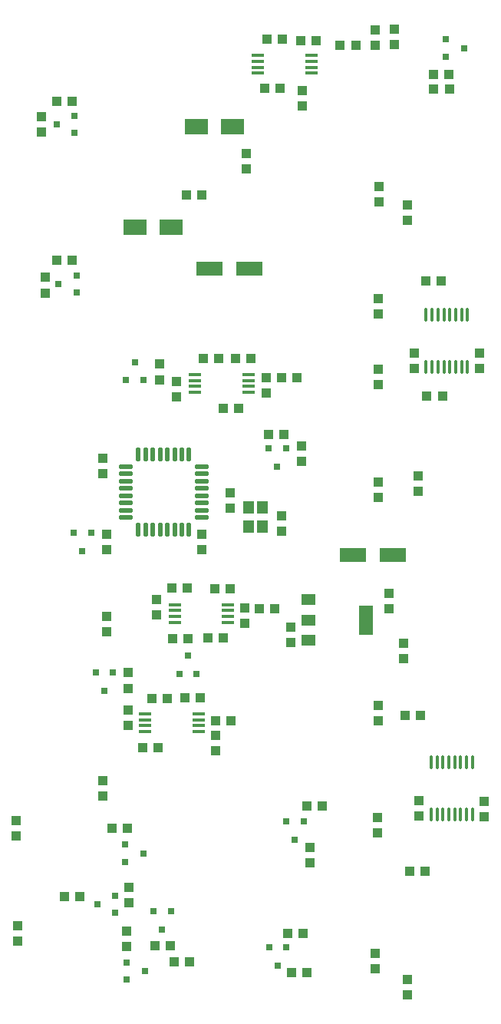
<source format=gtp>
G04 #@! TF.GenerationSoftware,KiCad,Pcbnew,(6.0.5-0)*
G04 #@! TF.CreationDate,2022-05-16T13:08:36-07:00*
G04 #@! TF.ProjectId,SCMplus,53434d70-6c75-4732-9e6b-696361645f70,rev?*
G04 #@! TF.SameCoordinates,PX85b6780PY82ed558*
G04 #@! TF.FileFunction,Paste,Top*
G04 #@! TF.FilePolarity,Positive*
%FSLAX46Y46*%
G04 Gerber Fmt 4.6, Leading zero omitted, Abs format (unit mm)*
G04 Created by KiCad (PCBNEW (6.0.5-0)) date 2022-05-16 13:08:36*
%MOMM*%
%LPD*%
G01*
G04 APERTURE LIST*
G04 Aperture macros list*
%AMRoundRect*
0 Rectangle with rounded corners*
0 $1 Rounding radius*
0 $2 $3 $4 $5 $6 $7 $8 $9 X,Y pos of 4 corners*
0 Add a 4 corners polygon primitive as box body*
4,1,4,$2,$3,$4,$5,$6,$7,$8,$9,$2,$3,0*
0 Add four circle primitives for the rounded corners*
1,1,$1+$1,$2,$3*
1,1,$1+$1,$4,$5*
1,1,$1+$1,$6,$7*
1,1,$1+$1,$8,$9*
0 Add four rect primitives between the rounded corners*
20,1,$1+$1,$2,$3,$4,$5,0*
20,1,$1+$1,$4,$5,$6,$7,0*
20,1,$1+$1,$6,$7,$8,$9,0*
20,1,$1+$1,$8,$9,$2,$3,0*%
G04 Aperture macros list end*
%ADD10R,1.500000X1.200000*%
%ADD11R,1.500000X3.300000*%
%ADD12R,1.000000X1.000000*%
%ADD13R,1.150000X1.400000*%
%ADD14R,1.450000X0.450000*%
%ADD15R,0.800100X0.800100*%
%ADD16R,2.499360X1.800860*%
%ADD17RoundRect,0.100000X-0.100000X0.637500X-0.100000X-0.637500X0.100000X-0.637500X0.100000X0.637500X0*%
%ADD18R,3.000000X1.600000*%
%ADD19RoundRect,0.125000X0.625000X0.125000X-0.625000X0.125000X-0.625000X-0.125000X0.625000X-0.125000X0*%
%ADD20RoundRect,0.125000X0.125000X0.625000X-0.125000X0.625000X-0.125000X-0.625000X0.125000X-0.625000X0*%
G04 APERTURE END LIST*
D10*
X-86238000Y55207000D03*
X-86238000Y52907000D03*
D11*
X-79838000Y52907000D03*
D10*
X-86238000Y50707000D03*
D12*
X-78538000Y80597000D03*
X-78538000Y78897000D03*
X-86980840Y70448960D03*
X-86980840Y72148960D03*
X-97998000Y62437000D03*
X-97998000Y60737000D03*
X-74038000Y31307000D03*
X-74038000Y33007000D03*
D13*
X-92803536Y65385352D03*
X-91303536Y63285352D03*
X-92803536Y63285352D03*
X-91303536Y65385352D03*
D12*
X-71538000Y90377000D03*
X-73238000Y90377000D03*
D14*
X-98358000Y40642000D03*
X-98358000Y41292000D03*
X-98358000Y41942000D03*
X-98358000Y42592000D03*
X-104258000Y42592000D03*
X-104258000Y41942000D03*
X-104258000Y41292000D03*
X-104258000Y40642000D03*
D12*
X-75328000Y11587000D03*
X-75328000Y13287000D03*
X-115298000Y89037000D03*
X-115298000Y90737000D03*
X-93098000Y104407000D03*
X-93098000Y102707000D03*
X-89216864Y62776184D03*
X-89216864Y64476184D03*
X-101418000Y16997000D03*
X-103118000Y16997000D03*
X-103018000Y53517000D03*
X-103018000Y55217000D03*
X-73838000Y42437000D03*
X-75538000Y42437000D03*
X-108518000Y51627000D03*
X-108518000Y53327000D03*
D15*
X-111807240Y89067000D03*
X-111807240Y90967000D03*
X-113806220Y90017000D03*
D12*
X-95628000Y50967000D03*
X-97328000Y50967000D03*
D15*
X-88678000Y16827760D03*
X-90578000Y16827760D03*
X-89628000Y14828780D03*
D12*
X-78468000Y99087000D03*
X-78468000Y100787000D03*
D15*
X-86758000Y30757760D03*
X-88658000Y30757760D03*
X-87708000Y28758780D03*
X-101408000Y20847760D03*
X-103308000Y20847760D03*
X-102358000Y18848780D03*
D12*
X-106108000Y45437000D03*
X-106108000Y47137000D03*
D15*
X-88708000Y71857760D03*
X-90608000Y71857760D03*
X-89658000Y69858780D03*
D12*
X-75698000Y48657000D03*
X-75698000Y50357000D03*
D16*
X-105356980Y96267000D03*
X-101359020Y96267000D03*
D12*
X-78838000Y16187000D03*
X-78838000Y14487000D03*
X-96558000Y56427000D03*
X-94858000Y56427000D03*
X-93228000Y54267000D03*
X-93228000Y52567000D03*
X-99668000Y99817000D03*
X-97968000Y99817000D03*
X-85368000Y116887000D03*
X-87068000Y116887000D03*
X-78488000Y86727000D03*
X-78488000Y88427000D03*
X-88518000Y18377000D03*
X-86818000Y18377000D03*
X-113968000Y92667000D03*
X-112268000Y92667000D03*
X-96458000Y40197000D03*
X-96458000Y38497000D03*
X-111468000Y22457000D03*
X-113168000Y22457000D03*
X-86048000Y27837000D03*
X-86048000Y26137000D03*
D15*
X-107517240Y20667000D03*
X-107517240Y22567000D03*
X-109516220Y21617000D03*
D17*
X-68123000Y37269500D03*
X-68773000Y37269500D03*
X-69423000Y37269500D03*
X-70073000Y37269500D03*
X-70723000Y37269500D03*
X-71373000Y37269500D03*
X-72023000Y37269500D03*
X-72673000Y37269500D03*
X-72673000Y31544500D03*
X-72023000Y31544500D03*
X-71373000Y31544500D03*
X-70723000Y31544500D03*
X-70073000Y31544500D03*
X-69423000Y31544500D03*
X-68773000Y31544500D03*
X-68123000Y31544500D03*
D12*
X-66788000Y31247000D03*
X-66788000Y32947000D03*
X-74128000Y68867000D03*
X-74128000Y67167000D03*
X-90653288Y73415288D03*
X-88953288Y73415288D03*
X-94860744Y65296880D03*
X-94860744Y66996880D03*
X-99597000Y56494000D03*
X-101297000Y56494000D03*
X-113968000Y110197000D03*
X-112268000Y110197000D03*
X-74518000Y82377000D03*
X-74518000Y80677000D03*
X-100818000Y77597000D03*
X-100818000Y79297000D03*
X-95638000Y76327000D03*
X-93938000Y76327000D03*
D18*
X-76908000Y60097000D03*
X-81308000Y60097000D03*
D12*
X-89198000Y79667000D03*
X-87498000Y79667000D03*
X-82708000Y116327000D03*
X-81008000Y116327000D03*
X-106268000Y16977000D03*
X-106268000Y18677000D03*
X-86368000Y32467000D03*
X-84668000Y32467000D03*
X-67358000Y80687000D03*
X-67358000Y82387000D03*
X-86898000Y111327000D03*
X-86898000Y109627000D03*
X-106128000Y41297000D03*
X-106128000Y42997000D03*
D14*
X-85888000Y113262000D03*
X-85888000Y113912000D03*
X-85888000Y114562000D03*
X-85888000Y115212000D03*
X-91788000Y115212000D03*
X-91788000Y114562000D03*
X-91788000Y113912000D03*
X-91788000Y113262000D03*
D12*
X-76748000Y118157000D03*
X-76748000Y116457000D03*
X-88158000Y50457000D03*
X-88158000Y52157000D03*
D14*
X-95078000Y52702000D03*
X-95078000Y53352000D03*
X-95078000Y54002000D03*
X-95078000Y54652000D03*
X-100978000Y54652000D03*
X-100978000Y54002000D03*
X-100978000Y53352000D03*
X-100978000Y52702000D03*
D15*
X-112017240Y106657000D03*
X-112017240Y108557000D03*
X-114016220Y107607000D03*
D12*
X-77288000Y55867000D03*
X-77288000Y54167000D03*
X-78498000Y68207000D03*
X-78498000Y66507000D03*
D15*
X-106428760Y28167000D03*
X-106428760Y26267000D03*
X-104429780Y27217000D03*
D12*
X-101768000Y44337000D03*
X-103468000Y44337000D03*
X-73368000Y25237000D03*
X-75068000Y25237000D03*
X-118438000Y30827000D03*
X-118438000Y29127000D03*
X-90788000Y116987000D03*
X-89088000Y116987000D03*
X-96108000Y81817000D03*
X-97808000Y81817000D03*
X-78558000Y31187000D03*
X-78558000Y29487000D03*
D16*
X-94573060Y107344440D03*
X-98571020Y107344440D03*
D18*
X-97118000Y91667000D03*
X-92718000Y91667000D03*
D15*
X-105381000Y81420220D03*
X-104431000Y79421240D03*
X-106331000Y79421240D03*
D12*
X-98188000Y44367000D03*
X-99888000Y44367000D03*
X-115678000Y108487000D03*
X-115678000Y106787000D03*
X-78518000Y43527000D03*
X-78518000Y41827000D03*
X-118298000Y19227000D03*
X-118298000Y17527000D03*
X-104478000Y38877000D03*
X-102778000Y38877000D03*
X-108898000Y69067000D03*
X-108898000Y70767000D03*
X-105998000Y23467000D03*
X-105998000Y21767000D03*
D14*
X-98728978Y78087000D03*
X-98728978Y78737000D03*
X-98728978Y79387000D03*
X-98728978Y80037000D03*
X-92828978Y80037000D03*
X-92828978Y79387000D03*
X-92828978Y78737000D03*
X-92828978Y78087000D03*
D12*
X-90878978Y77972000D03*
X-90878978Y79672000D03*
X-102678000Y79470000D03*
X-102678000Y81170000D03*
D15*
X-71068760Y116997000D03*
X-71068760Y115097000D03*
X-69069780Y116047000D03*
D12*
X-94288978Y81802000D03*
X-92588978Y81802000D03*
X-88058000Y14047000D03*
X-86358000Y14047000D03*
X-71438000Y77677000D03*
X-73138000Y77677000D03*
D15*
X-110208000Y62577760D03*
X-112108000Y62577760D03*
X-111158000Y60578780D03*
D12*
X-94798000Y41827000D03*
X-96498000Y41827000D03*
D15*
X-107798000Y47147760D03*
X-109698000Y47147760D03*
X-108748000Y45148780D03*
D12*
X-72378000Y111517000D03*
X-70678000Y111517000D03*
X-75328000Y97007000D03*
X-75328000Y98707000D03*
X-108458000Y62447000D03*
X-108458000Y60747000D03*
X-101068000Y15227000D03*
X-99368000Y15227000D03*
X-89938000Y54237000D03*
X-91638000Y54237000D03*
D19*
X-98013000Y64267000D03*
X-98013000Y65067000D03*
X-98013000Y65867000D03*
X-98013000Y66667000D03*
X-98013000Y67467000D03*
X-98013000Y68267000D03*
X-98013000Y69067000D03*
X-98013000Y69867000D03*
D20*
X-99388000Y71242000D03*
X-100188000Y71242000D03*
X-100988000Y71242000D03*
X-101788000Y71242000D03*
X-102588000Y71242000D03*
X-103388000Y71242000D03*
X-104188000Y71242000D03*
X-104988000Y71242000D03*
D19*
X-106363000Y69867000D03*
X-106363000Y69067000D03*
X-106363000Y68267000D03*
X-106363000Y67467000D03*
X-106363000Y66667000D03*
X-106363000Y65867000D03*
X-106363000Y65067000D03*
X-106363000Y64267000D03*
D20*
X-104988000Y62892000D03*
X-104188000Y62892000D03*
X-103388000Y62892000D03*
X-102588000Y62892000D03*
X-101788000Y62892000D03*
X-100988000Y62892000D03*
X-100188000Y62892000D03*
X-99388000Y62892000D03*
D12*
X-106218000Y29957000D03*
X-107918000Y29957000D03*
X-101188000Y50927000D03*
X-99488000Y50927000D03*
X-70688000Y113157000D03*
X-72388000Y113157000D03*
D17*
X-68673000Y86619500D03*
X-69323000Y86619500D03*
X-69973000Y86619500D03*
X-70623000Y86619500D03*
X-71273000Y86619500D03*
X-71923000Y86619500D03*
X-72573000Y86619500D03*
X-73223000Y86619500D03*
X-73223000Y80894500D03*
X-72573000Y80894500D03*
X-71923000Y80894500D03*
X-71273000Y80894500D03*
X-70623000Y80894500D03*
X-69973000Y80894500D03*
X-69323000Y80894500D03*
X-68673000Y80894500D03*
D12*
X-91053752Y111567952D03*
X-89353752Y111567952D03*
D15*
X-100442000Y47007240D03*
X-98542000Y47007240D03*
X-99492000Y49006220D03*
D12*
X-78888000Y118047000D03*
X-78888000Y116347000D03*
D15*
X-106278760Y15187000D03*
X-106278760Y13287000D03*
X-104279780Y14237000D03*
D12*
X-108928000Y33527000D03*
X-108928000Y35227000D03*
M02*

</source>
